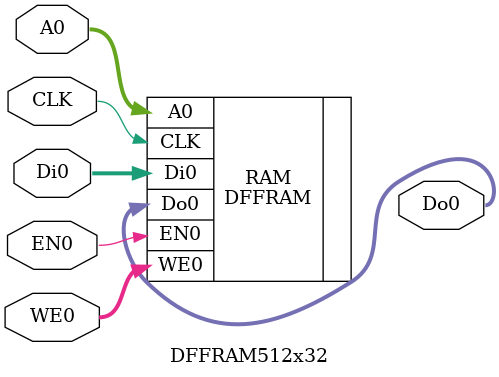
<source format=v>
/*
 * DFFRAM.v
 *
 * * A 512x32 DFFRAM (2 Kbytes)
 *
 * This is free software: you can redistribute it and/or modify
 * it under the terms of the Apache License, Version 2.0 (the "License").
 *
 * DFFRAM is distributed in the hope that it will be useful,
 * but WITHOUT ANY WARRANTY; without even the implied warranty of
 * MERCHANTABILITY or FITNESS FOR A PARTICULAR PURPOSE. See the
 * Apache License, Version 2.0 for more details.
 *
 * You should have received a copy of the Apache License, Version 2.0
 * along with DFFRAM. If not, see <https://www.apache.org/licenses/LICENSE-2.0>.
 *
 * For further information, please visit .
 *
 */

 `default_nettype        none

module DFFRAM512x32  (
	input   wire            CLK,  
    input   wire [3:0]      WE0,  
    input                   EN0,  
    input   wire [8:0]      A0,   
    input   wire [31:0]     Di0,  
    output  wire [31:0]     Do0
);

    DFFRAM  #( .USE_LATCH(1), .WSIZE(4), .BANKS(32) ) RAM (
	    .CLK(CLK),  
        .WE0(WE0),  
        .EN0(EN0),  
        .A0(A0),   
        .Di0(Di0),  
        .Do0(Do0)
    );

endmodule
</source>
